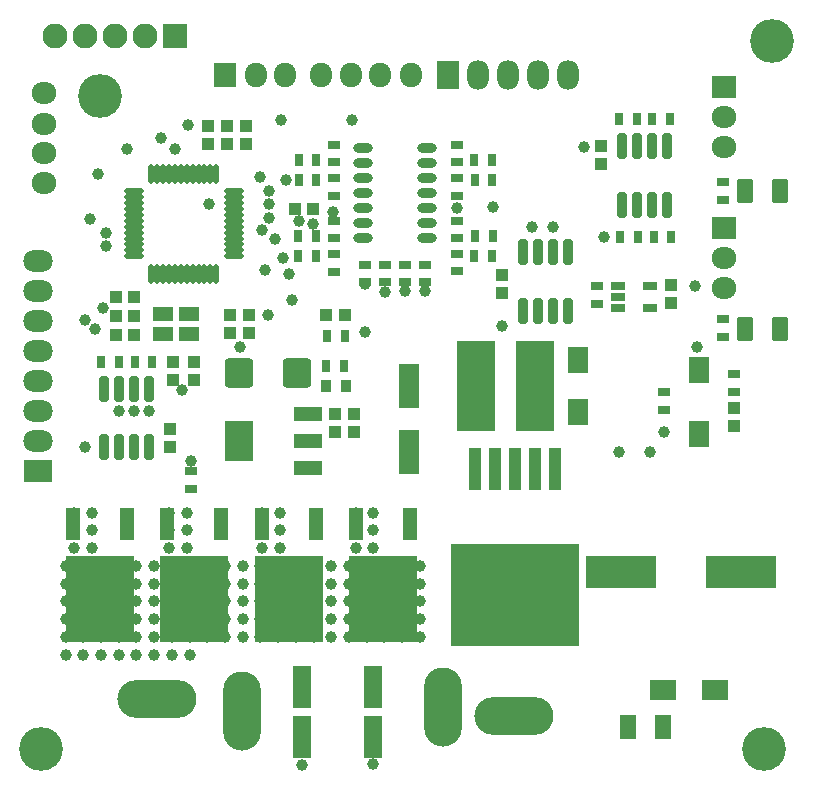
<source format=gts>
G04*
G04 #@! TF.GenerationSoftware,Altium Limited,Altium Designer,21.9.2 (33)*
G04*
G04 Layer_Color=8388736*
%FSTAX24Y24*%
%MOIN*%
G70*
G04*
G04 #@! TF.SameCoordinates,C045CB64-A717-4E46-AD80-C8F196844A4B*
G04*
G04*
G04 #@! TF.FilePolarity,Negative*
G04*
G01*
G75*
%ADD46R,0.0454X0.1084*%
%ADD47R,0.2285X0.2915*%
%ADD48R,0.0611X0.1419*%
%ADD49R,0.0395X0.0395*%
%ADD50R,0.0434X0.0297*%
%ADD51R,0.0297X0.0434*%
%ADD52R,0.0395X0.0395*%
G04:AMPARAMS|DCode=53|XSize=85.6mil|YSize=31.6mil|CornerRadius=7mil|HoleSize=0mil|Usage=FLASHONLY|Rotation=90.000|XOffset=0mil|YOffset=0mil|HoleType=Round|Shape=RoundedRectangle|*
%AMROUNDEDRECTD53*
21,1,0.0856,0.0177,0,0,90.0*
21,1,0.0717,0.0316,0,0,90.0*
1,1,0.0139,0.0089,0.0358*
1,1,0.0139,0.0089,-0.0358*
1,1,0.0139,-0.0089,-0.0358*
1,1,0.0139,-0.0089,0.0358*
%
%ADD53ROUNDEDRECTD53*%
%ADD54R,0.0926X0.1360*%
%ADD55R,0.0926X0.0474*%
G04:AMPARAMS|DCode=56|XSize=96.2mil|YSize=99.3mil|CornerRadius=15mil|HoleSize=0mil|Usage=FLASHONLY|Rotation=0.000|XOffset=0mil|YOffset=0mil|HoleType=Round|Shape=RoundedRectangle|*
%AMROUNDEDRECTD56*
21,1,0.0962,0.0693,0,0,0.0*
21,1,0.0661,0.0993,0,0,0.0*
1,1,0.0300,0.0331,-0.0346*
1,1,0.0300,-0.0331,-0.0346*
1,1,0.0300,-0.0331,0.0346*
1,1,0.0300,0.0331,0.0346*
%
%ADD56ROUNDEDRECTD56*%
%ADD57R,0.0710X0.1458*%
%ADD58R,0.0356X0.0395*%
G04:AMPARAMS|DCode=59|XSize=55.2mil|YSize=79.7mil|CornerRadius=9.9mil|HoleSize=0mil|Usage=FLASHONLY|Rotation=0.000|XOffset=0mil|YOffset=0mil|HoleType=Round|Shape=RoundedRectangle|*
%AMROUNDEDRECTD59*
21,1,0.0552,0.0598,0,0,0.0*
21,1,0.0354,0.0797,0,0,0.0*
1,1,0.0198,0.0177,-0.0299*
1,1,0.0198,-0.0177,-0.0299*
1,1,0.0198,-0.0177,0.0299*
1,1,0.0198,0.0177,0.0299*
%
%ADD59ROUNDEDRECTD59*%
%ADD60R,0.0671X0.0867*%
%ADD61R,0.0907X0.0690*%
%ADD62R,0.2363X0.1064*%
%ADD63R,0.0474X0.0316*%
%ADD64R,0.0690X0.0907*%
%ADD65O,0.0651X0.0316*%
%ADD66R,0.1261X0.3033*%
%ADD67O,0.0651X0.0198*%
%ADD68O,0.0198X0.0651*%
%ADD69R,0.0690X0.0454*%
%ADD70R,0.0449X0.1394*%
%ADD71R,0.4268X0.3441*%
%ADD72R,0.0537X0.0797*%
%ADD73O,0.0980X0.0730*%
%ADD74R,0.0980X0.0730*%
%ADD75O,0.0830X0.0730*%
%ADD76C,0.1460*%
%ADD77R,0.0828X0.0828*%
%ADD78C,0.0828*%
%ADD79R,0.0830X0.0730*%
%ADD80O,0.0730X0.0980*%
%ADD81R,0.0730X0.0980*%
%ADD82O,0.0730X0.0830*%
%ADD83R,0.0730X0.0830*%
%ADD84O,0.1261X0.2639*%
%ADD85O,0.2639X0.1261*%
%ADD86C,0.0395*%
D46*
X014351Y009128D02*
D03*
X012555D02*
D03*
X009405D02*
D03*
X0112D02*
D03*
X015706D02*
D03*
X017501D02*
D03*
X018857D02*
D03*
X020652D02*
D03*
D47*
X013453Y006628D02*
D03*
X010302D02*
D03*
X016604D02*
D03*
X019754D02*
D03*
D48*
X019416Y002055D02*
D03*
X017054D02*
D03*
Y003711D02*
D03*
X019416D02*
D03*
D49*
X01265Y012295D02*
D03*
Y011705D02*
D03*
X015282Y0161D02*
D03*
Y015509D02*
D03*
X01465Y0161D02*
D03*
Y015509D02*
D03*
X013425Y013935D02*
D03*
Y014526D02*
D03*
X012725Y013935D02*
D03*
Y014526D02*
D03*
X018781Y012808D02*
D03*
Y012217D02*
D03*
X018149D02*
D03*
Y012808D02*
D03*
X02701Y021745D02*
D03*
Y021155D02*
D03*
X031427Y013002D02*
D03*
Y012411D02*
D03*
X02935Y017095D02*
D03*
Y016505D02*
D03*
X0237Y016851D02*
D03*
Y017442D02*
D03*
X015182Y021805D02*
D03*
Y022395D02*
D03*
X01455Y021805D02*
D03*
Y022395D02*
D03*
X013918Y021805D02*
D03*
Y022395D02*
D03*
D50*
X022197Y021194D02*
D03*
Y021784D02*
D03*
Y02068D02*
D03*
Y02009D02*
D03*
Y019256D02*
D03*
Y018665D02*
D03*
Y018151D02*
D03*
Y017561D02*
D03*
X01335Y010895D02*
D03*
Y010305D02*
D03*
X031073Y015973D02*
D03*
Y015382D02*
D03*
Y020545D02*
D03*
Y019955D02*
D03*
X0291Y012955D02*
D03*
Y013545D02*
D03*
X031428Y014145D02*
D03*
Y013555D02*
D03*
X026865Y01707D02*
D03*
Y01648D02*
D03*
X021147Y017788D02*
D03*
Y017198D02*
D03*
X020476Y017788D02*
D03*
Y017198D02*
D03*
X019805Y017788D02*
D03*
Y017198D02*
D03*
X019134Y017788D02*
D03*
Y017198D02*
D03*
X0181Y017555D02*
D03*
Y018145D02*
D03*
Y019249D02*
D03*
Y018659D02*
D03*
X018116Y021194D02*
D03*
Y021784D02*
D03*
Y02068D02*
D03*
Y02009D02*
D03*
D51*
X02338Y021277D02*
D03*
X022789D02*
D03*
X023388Y020606D02*
D03*
X022797D02*
D03*
X023393Y018744D02*
D03*
X022802D02*
D03*
X02338Y018073D02*
D03*
X022789D02*
D03*
X010355Y014529D02*
D03*
X010945D02*
D03*
X012049D02*
D03*
X011459D02*
D03*
X018465Y0154D02*
D03*
X017874D02*
D03*
X017837Y0144D02*
D03*
X018428D02*
D03*
X029299Y02265D02*
D03*
X028709D02*
D03*
X027605D02*
D03*
X028195D02*
D03*
X029354Y018705D02*
D03*
X028763D02*
D03*
X027655D02*
D03*
X028245D02*
D03*
X016917Y018749D02*
D03*
X017508D02*
D03*
X016917Y018078D02*
D03*
X017508D02*
D03*
X017524Y020602D02*
D03*
X016933D02*
D03*
X017524Y021273D02*
D03*
X016933D02*
D03*
D52*
X011445Y0167D02*
D03*
X010855D02*
D03*
X011445Y016068D02*
D03*
X010855D02*
D03*
X011445Y015437D02*
D03*
X010855D02*
D03*
X018465Y0161D02*
D03*
X017835D02*
D03*
X016805Y01965D02*
D03*
X017395D02*
D03*
D53*
X010432Y013647D02*
D03*
X010932D02*
D03*
X011432D02*
D03*
X011932D02*
D03*
Y011702D02*
D03*
X011432D02*
D03*
X010932D02*
D03*
X010432D02*
D03*
X0277Y019788D02*
D03*
X0282D02*
D03*
X0287D02*
D03*
X0292D02*
D03*
Y021732D02*
D03*
X0287D02*
D03*
X0282D02*
D03*
X0277D02*
D03*
X025918Y016252D02*
D03*
X025418D02*
D03*
X024918D02*
D03*
X024418D02*
D03*
Y018197D02*
D03*
X024918D02*
D03*
X025418D02*
D03*
X025918D02*
D03*
D54*
X014948Y011904D02*
D03*
D55*
X017252Y010999D02*
D03*
Y011904D02*
D03*
Y01281D02*
D03*
D56*
X014941Y01417D02*
D03*
X016859D02*
D03*
D57*
X0206Y013757D02*
D03*
Y011552D02*
D03*
D58*
X018501Y013749D02*
D03*
X017832D02*
D03*
D59*
X03299Y01565D02*
D03*
X031805D02*
D03*
X03299Y02025D02*
D03*
X031805D02*
D03*
D60*
X030265Y014283D02*
D03*
Y012157D02*
D03*
D61*
X029084Y0036D02*
D03*
X030816D02*
D03*
D62*
X031658Y00755D02*
D03*
X027682D02*
D03*
D63*
X027559Y017074D02*
D03*
Y0167D02*
D03*
Y016326D02*
D03*
X028641D02*
D03*
Y017074D02*
D03*
D64*
X026235Y012888D02*
D03*
Y014621D02*
D03*
D65*
X019074Y021685D02*
D03*
Y021185D02*
D03*
Y020685D02*
D03*
Y020185D02*
D03*
Y019685D02*
D03*
Y019185D02*
D03*
Y018685D02*
D03*
X02122Y021685D02*
D03*
Y021185D02*
D03*
Y020685D02*
D03*
Y020185D02*
D03*
Y019685D02*
D03*
Y019185D02*
D03*
Y018685D02*
D03*
D66*
X024796Y01373D02*
D03*
X022827D02*
D03*
D67*
X011437Y018067D02*
D03*
Y018264D02*
D03*
Y018461D02*
D03*
Y018658D02*
D03*
Y018855D02*
D03*
X011437Y019052D02*
D03*
Y019248D02*
D03*
X011437Y019445D02*
D03*
Y019642D02*
D03*
Y019839D02*
D03*
Y020036D02*
D03*
Y020233D02*
D03*
X014763D02*
D03*
Y020036D02*
D03*
Y019839D02*
D03*
Y019642D02*
D03*
Y019445D02*
D03*
X014763Y019248D02*
D03*
Y019052D02*
D03*
X014763Y018855D02*
D03*
Y018658D02*
D03*
Y018461D02*
D03*
Y018264D02*
D03*
Y018067D02*
D03*
D68*
X012017Y020813D02*
D03*
X012214D02*
D03*
X012411D02*
D03*
X012608D02*
D03*
X012805D02*
D03*
X013002Y020813D02*
D03*
X013198D02*
D03*
X013395Y020813D02*
D03*
X013592D02*
D03*
X013789D02*
D03*
X013986D02*
D03*
X014183D02*
D03*
Y017487D02*
D03*
X013986D02*
D03*
X013789D02*
D03*
X013592D02*
D03*
X013395D02*
D03*
X013198Y017487D02*
D03*
X013002D02*
D03*
X012805Y017487D02*
D03*
X012608D02*
D03*
X012411D02*
D03*
X012214D02*
D03*
X012017D02*
D03*
D69*
X013283Y016135D02*
D03*
Y015465D02*
D03*
X012417Y016135D02*
D03*
Y015465D02*
D03*
D70*
X025476Y010963D02*
D03*
X024806D02*
D03*
X024137D02*
D03*
X023468D02*
D03*
X022798D02*
D03*
D71*
X024137Y006789D02*
D03*
D72*
X027919Y002374D02*
D03*
X029081D02*
D03*
D73*
X008239Y0179D02*
D03*
Y0159D02*
D03*
Y0139D02*
D03*
Y0129D02*
D03*
Y0119D02*
D03*
Y0149D02*
D03*
Y0169D02*
D03*
D74*
Y0109D02*
D03*
D75*
X008429Y0205D02*
D03*
Y02151D02*
D03*
Y02249D02*
D03*
Y0235D02*
D03*
X031102Y017025D02*
D03*
Y018005D02*
D03*
Y021725D02*
D03*
Y022705D02*
D03*
D76*
X0103Y0234D02*
D03*
X0327Y02525D02*
D03*
X03245Y00165D02*
D03*
X00835D02*
D03*
D77*
X012805Y0254D02*
D03*
D78*
X011805D02*
D03*
X010805D02*
D03*
X009805D02*
D03*
X008805D02*
D03*
D79*
X031102Y019015D02*
D03*
Y023715D02*
D03*
D80*
X0249Y0241D02*
D03*
X0239D02*
D03*
X0229D02*
D03*
X0259D02*
D03*
D81*
X0219D02*
D03*
D82*
X02066D02*
D03*
X01965D02*
D03*
X01867D02*
D03*
X01766D02*
D03*
X01648Y0241D02*
D03*
X0155D02*
D03*
D83*
X01449D02*
D03*
D84*
X015035Y002906D02*
D03*
X02175Y00305D02*
D03*
D85*
X0122Y0033D02*
D03*
X024112Y002735D02*
D03*
D86*
X01565Y0207D02*
D03*
X012797Y021647D02*
D03*
X0157Y01895D02*
D03*
X01615Y01865D02*
D03*
X0165Y0206D02*
D03*
X01595Y0198D02*
D03*
Y02025D02*
D03*
X0167Y0166D02*
D03*
X016397Y017993D02*
D03*
X016619Y017482D02*
D03*
X0158Y0176D02*
D03*
X01915Y01715D02*
D03*
X0112Y02165D02*
D03*
X01025Y0208D02*
D03*
X01235Y022D02*
D03*
X01595Y01935D02*
D03*
X009449Y00952D02*
D03*
Y008929D02*
D03*
Y008339D02*
D03*
X012609Y00952D02*
D03*
X015719D02*
D03*
X018829D02*
D03*
Y008929D02*
D03*
X015719D02*
D03*
X012609D02*
D03*
X018829Y008339D02*
D03*
X015719D02*
D03*
X012609D02*
D03*
X0132D02*
D03*
X01631D02*
D03*
X01942D02*
D03*
X0132Y008929D02*
D03*
X01631D02*
D03*
X01942D02*
D03*
Y00952D02*
D03*
X01631D02*
D03*
X0132D02*
D03*
X01004Y008339D02*
D03*
Y008929D02*
D03*
Y00952D02*
D03*
X009751Y00774D02*
D03*
X010341D02*
D03*
X010932D02*
D03*
X011522D02*
D03*
X012113D02*
D03*
X016247D02*
D03*
X016837D02*
D03*
X018018D02*
D03*
X018609D02*
D03*
X020971D02*
D03*
X02038D02*
D03*
X01979D02*
D03*
X019199D02*
D03*
X017428D02*
D03*
X015656D02*
D03*
X015065D02*
D03*
X014475D02*
D03*
X013884D02*
D03*
X013294D02*
D03*
X012703D02*
D03*
X00916D02*
D03*
X013294Y004787D02*
D03*
X012703D02*
D03*
X012113D02*
D03*
X011522D02*
D03*
X010932D02*
D03*
X010341D02*
D03*
X009751D02*
D03*
X00916D02*
D03*
X013294Y005378D02*
D03*
X012703D02*
D03*
X012113D02*
D03*
X011522D02*
D03*
X010932D02*
D03*
X010341D02*
D03*
X009751D02*
D03*
X00916D02*
D03*
D03*
X009751D02*
D03*
X010341D02*
D03*
X010932D02*
D03*
X011522D02*
D03*
X012113D02*
D03*
X012703D02*
D03*
X013294D02*
D03*
X013884D02*
D03*
X014475D02*
D03*
X015065D02*
D03*
X015656D02*
D03*
X016247D02*
D03*
X016837D02*
D03*
X017428D02*
D03*
X018018D02*
D03*
X018609D02*
D03*
X019199D02*
D03*
X01979D02*
D03*
X02038D02*
D03*
X020971D02*
D03*
X00916Y005968D02*
D03*
X009751D02*
D03*
X010341D02*
D03*
X010932D02*
D03*
X011522D02*
D03*
X012113D02*
D03*
X012703D02*
D03*
X013294D02*
D03*
X013884D02*
D03*
X014475D02*
D03*
X015065D02*
D03*
X015656D02*
D03*
X016247D02*
D03*
X016837D02*
D03*
X017428D02*
D03*
X018018D02*
D03*
X018609D02*
D03*
X019199D02*
D03*
X01979D02*
D03*
X02038D02*
D03*
X020971D02*
D03*
X00916Y006559D02*
D03*
X009751D02*
D03*
X010341D02*
D03*
X010932D02*
D03*
X011522D02*
D03*
X012113D02*
D03*
X012703D02*
D03*
X013294D02*
D03*
X013884D02*
D03*
X014475D02*
D03*
X015065D02*
D03*
X015656D02*
D03*
X016247D02*
D03*
X016837D02*
D03*
X017428D02*
D03*
X018018D02*
D03*
X018609D02*
D03*
X019199D02*
D03*
X01979D02*
D03*
X02038D02*
D03*
X020971D02*
D03*
X00916Y007149D02*
D03*
X009751D02*
D03*
X010341D02*
D03*
X010932D02*
D03*
X011522D02*
D03*
X012113D02*
D03*
X012703D02*
D03*
X013294D02*
D03*
X013884D02*
D03*
X014475D02*
D03*
X015065D02*
D03*
X015656D02*
D03*
X016247D02*
D03*
X016837D02*
D03*
X017428D02*
D03*
X018018D02*
D03*
X018609D02*
D03*
X019199D02*
D03*
X01979D02*
D03*
X02038D02*
D03*
X020971D02*
D03*
X01809Y01954D02*
D03*
X030151Y017074D02*
D03*
X02645Y0217D02*
D03*
X0271Y0187D02*
D03*
X01305Y0136D02*
D03*
X01705Y0011D02*
D03*
X0174Y01915D02*
D03*
X022197Y019673D02*
D03*
X01695Y01925D02*
D03*
X0098Y011702D02*
D03*
X01015Y015632D02*
D03*
X009984Y019316D02*
D03*
X0104Y01635D02*
D03*
X01915Y01555D02*
D03*
X0198Y016883D02*
D03*
X0291Y0122D02*
D03*
X01395Y0198D02*
D03*
X02865Y01155D02*
D03*
X0276D02*
D03*
X0237Y01575D02*
D03*
X0254Y01905D02*
D03*
X0247D02*
D03*
X01325Y02245D02*
D03*
X0159Y0161D02*
D03*
X01335Y01125D02*
D03*
X0234Y0197D02*
D03*
X0098Y01595D02*
D03*
X014967Y01505D02*
D03*
X0105Y01885D02*
D03*
Y0184D02*
D03*
X01195Y0129D02*
D03*
X01145D02*
D03*
X01095D02*
D03*
X0302Y01505D02*
D03*
X0194Y00115D02*
D03*
X020468Y016918D02*
D03*
X02115Y0169D02*
D03*
X0187Y0226D02*
D03*
X01635D02*
D03*
M02*

</source>
